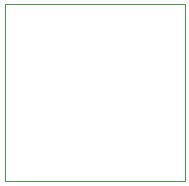
<source format=gbr>
%TF.GenerationSoftware,KiCad,Pcbnew,9.0.3*%
%TF.CreationDate,2026-01-09T14:10:27-05:00*%
%TF.ProjectId,BME280_Module,424d4532-3830-45f4-9d6f-64756c652e6b,rev?*%
%TF.SameCoordinates,Original*%
%TF.FileFunction,Profile,NP*%
%FSLAX46Y46*%
G04 Gerber Fmt 4.6, Leading zero omitted, Abs format (unit mm)*
G04 Created by KiCad (PCBNEW 9.0.3) date 2026-01-09 14:10:27*
%MOMM*%
%LPD*%
G01*
G04 APERTURE LIST*
%TA.AperFunction,Profile*%
%ADD10C,0.050000*%
%TD*%
G04 APERTURE END LIST*
D10*
X125984000Y-84328000D02*
X141224000Y-84328000D01*
X141224000Y-84328000D02*
X141224000Y-99314000D01*
X125984000Y-99314000D02*
X125984000Y-84328000D01*
X141224000Y-99314000D02*
X125984000Y-99314000D01*
M02*

</source>
